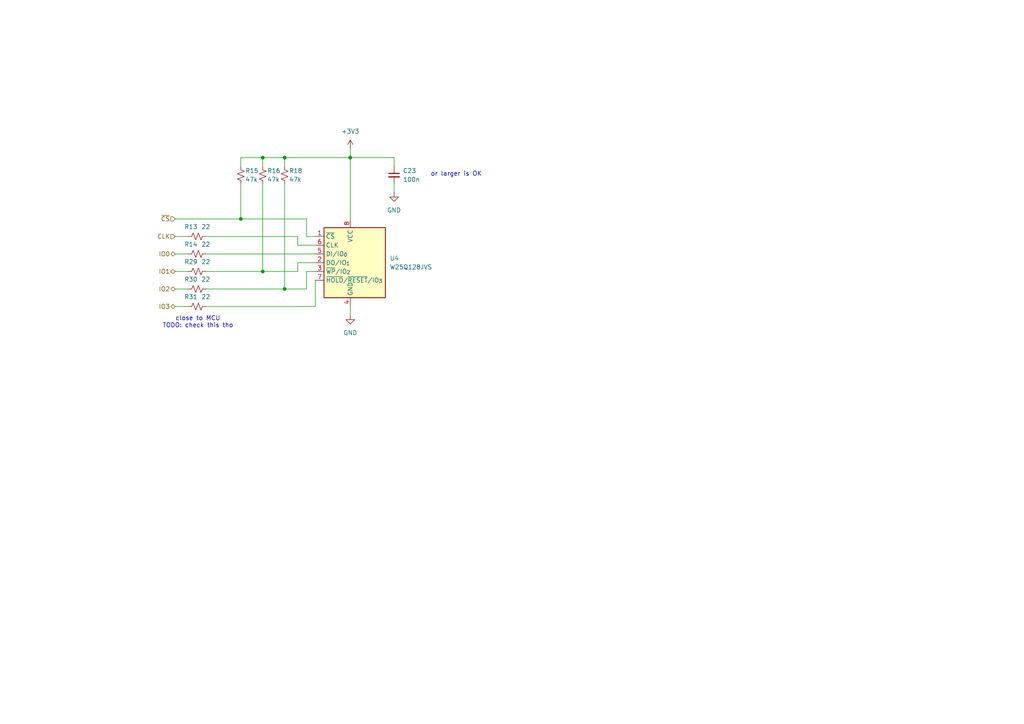
<source format=kicad_sch>
(kicad_sch (version 20250114) (generator "eeschema") (generator_version "9.0")
  (paper "A4")
  (lib_symbols
    (symbol "Device:C_Small" (pin_numbers (hide yes)) (pin_names (offset 0.254) (hide yes))
      (property "Reference" "C" (at 0.254 1.778 0))
      (property "Value" "C_Small" (at 0.254 -2.032 0))
      (symbol "C_Small_0_1"
        (polyline (pts (xy -1.524 0.508) (xy 1.524 0.508)) (stroke (width 0.3048)))
        (polyline (pts (xy -1.524 -0.508) (xy 1.524 -0.508)) (stroke (width 0.3302)))
      )
      (symbol "C_Small_1_1"
        (pin passive line (at 0 2.54 270) (length 2.032) (name "~") (number "1"))
        (pin passive line (at 0 -2.54 90) (length 2.032) (name "~") (number "2"))
      )
    )
    (symbol "Device:R_Small_US" (pin_numbers (hide yes)) (pin_names (offset 0.254) (hide yes))
      (property "Reference" "R" (at 0.762 0.508 0))
      (property "Value" "R_Small_US" (at 0.762 -1.016 0))
      (symbol "R_Small_US_1_1"
        (polyline (pts (xy 0 1.524) (xy 1.016 1.143) (xy 0 0.762) (xy -1.016 0.381) (xy 0 0)))
        (polyline (pts (xy 0 0) (xy 1.016 -0.381) (xy 0 -0.762) (xy -1.016 -1.143) (xy 0 -1.524)))
        (pin passive line (at 0 2.54 270) (length 1.016) (name "~") (number "1"))
        (pin passive line (at 0 -2.54 90) (length 1.016) (name "~") (number "2"))
      )
    )
    (symbol "Memory_Flash:W25Q128JVS"
      (property "Reference" "U" (at -6.35 11.43 0))
      (property "Value" "W25Q128JVS" (at 7.62 11.43 0))
      (symbol "W25Q128JVS_0_1"
        (rectangle (start -7.62 10.16) (end 10.16 -10.16) (stroke (width 0.254)) (fill (type background)))
      )
      (symbol "W25Q128JVS_1_1"
        (pin input line (at -10.16 7.62 0) (length 2.54) (name "~{CS}") (number "1"))
        (pin input line (at -10.16 5.08 0) (length 2.54) (name "CLK") (number "6"))
        (pin bidirectional line (at -10.16 2.54 0) (length 2.54) (name "DI/IO_{0}") (number "5"))
        (pin bidirectional line (at -10.16 0 0) (length 2.54) (name "DO/IO_{1}") (number "2"))
        (pin bidirectional line (at -10.16 -2.54 0) (length 2.54) (name "~{WP}/IO_{2}") (number "3"))
        (pin bidirectional line (at -10.16 -5.08 0) (length 2.54) (name "~{HOLD}/~{RESET}/IO_{3}") (number "7"))
        (pin power_in line (at 0 12.7 270) (length 2.54) (name "VCC") (number "8"))
        (pin power_in line (at 0 -12.7 90) (length 2.54) (name "GND") (number "4"))
      )
    )
    (symbol "power:+3V3" (power) (pin_numbers (hide yes)) (pin_names (offset 0) (hide yes))
      (property "Value" "+3V3" (at 0 3.556 0))
      (symbol "+3V3_0_1"
        (polyline (pts (xy -0.762 1.27) (xy 0 2.54)))
        (polyline (pts (xy 0 2.54) (xy 0.762 1.27)))
        (polyline (pts (xy 0 0) (xy 0 2.54)))
      )
      (symbol "+3V3_1_1"
        (pin power_in line (at 0 0 90) (length 0) (name "~") (number "1"))
      )
    )
    (symbol "power:GND" (power) (pin_numbers (hide yes)) (pin_names (offset 0) (hide yes))
      (property "Value" "GND" (at 0 -3.81 0))
      (symbol "GND_0_1"
        (polyline (pts (xy 0 0) (xy 0 -1.27) (xy 1.27 -1.27) (xy 0 -2.54) (xy -1.27 -1.27) (xy 0 -1.27)))
      )
      (symbol "GND_1_1"
        (pin power_in line (at 0 0 270) (length 0) (name "~") (number "1"))
      )
    )
  )
  (text "close to MCU\nTODO: check this tho" (at 57.404 93.472 0) (effects (font (size 1.27 1.27))))
  (text "or larger is OK" (at 132.334 50.546 0) (effects (font (size 1.27 1.27))))
  (junction (at 76.2 78.74))
  (junction (at 82.55 45.72))
  (junction (at 69.85 63.5))
  (junction (at 82.55 83.82))
  (junction (at 76.2 45.72))
  (junction (at 101.6 45.72))
  (wire (pts (xy 59.69 78.74) (xy 76.2 78.74)))
  (wire (pts (xy 69.85 53.34) (xy 69.85 63.5)))
  (wire (pts (xy 76.2 45.72) (xy 82.55 45.72)))
  (wire (pts (xy 88.9 78.74) (xy 91.44 78.74)))
  (wire (pts (xy 114.3 53.34) (xy 114.3 55.88)))
  (wire (pts (xy 69.85 45.72) (xy 69.85 48.26)))
  (wire (pts (xy 88.9 83.82) (xy 88.9 78.74)))
  (wire (pts (xy 88.9 63.5) (xy 88.9 68.58)))
  (wire (pts (xy 86.36 76.2) (xy 91.44 76.2)))
  (wire (pts (xy 59.69 73.66) (xy 91.44 73.66)))
  (wire (pts (xy 101.6 45.72) (xy 101.6 63.5)))
  (wire (pts (xy 59.69 83.82) (xy 82.55 83.82)))
  (wire (pts (xy 50.8 73.66) (xy 54.61 73.66)))
  (wire (pts (xy 86.36 71.12) (xy 91.44 71.12)))
  (wire (pts (xy 91.44 81.28) (xy 91.44 88.9)))
  (wire (pts (xy 101.6 88.9) (xy 101.6 91.44)))
  (wire (pts (xy 88.9 68.58) (xy 91.44 68.58)))
  (wire (pts (xy 76.2 53.34) (xy 76.2 78.74)))
  (wire (pts (xy 59.69 88.9) (xy 91.44 88.9)))
  (wire (pts (xy 76.2 78.74) (xy 86.36 78.74)))
  (wire (pts (xy 76.2 45.72) (xy 76.2 48.26)))
  (wire (pts (xy 50.8 68.58) (xy 54.61 68.58)))
  (wire (pts (xy 101.6 43.18) (xy 101.6 45.72)))
  (wire (pts (xy 86.36 68.58) (xy 86.36 71.12)))
  (wire (pts (xy 50.8 83.82) (xy 54.61 83.82)))
  (wire (pts (xy 101.6 45.72) (xy 114.3 45.72)))
  (wire (pts (xy 50.8 63.5) (xy 69.85 63.5)))
  (wire (pts (xy 82.55 45.72) (xy 82.55 48.26)))
  (wire (pts (xy 76.2 45.72) (xy 69.85 45.72)))
  (wire (pts (xy 86.36 78.74) (xy 86.36 76.2)))
  (wire (pts (xy 82.55 83.82) (xy 88.9 83.82)))
  (wire (pts (xy 59.69 68.58) (xy 86.36 68.58)))
  (wire (pts (xy 101.6 45.72) (xy 82.55 45.72)))
  (wire (pts (xy 50.8 88.9) (xy 54.61 88.9)))
  (wire (pts (xy 50.8 78.74) (xy 54.61 78.74)))
  (wire (pts (xy 114.3 48.26) (xy 114.3 45.72)))
  (wire (pts (xy 69.85 63.5) (xy 88.9 63.5)))
  (wire (pts (xy 82.55 53.34) (xy 82.55 83.82)))
  (hierarchical_label "IO3" (shape bidirectional) (at 50.8 88.9 180))
  (hierarchical_label "IO1" (shape bidirectional) (at 50.8 78.74 180))
  (hierarchical_label "IO2" (shape bidirectional) (at 50.8 83.82 180))
  (hierarchical_label "CLK" (shape input) (at 50.8 68.58 180))
  (hierarchical_label "~{CS}" (shape input) (at 50.8 63.5 180))
  (hierarchical_label "IO0" (shape bidirectional) (at 50.8 73.66 180))
  (symbol (lib_id "Device:R_Small_US") (at 57.15 78.74 90) (unit 1)
    (property "Reference" "R29" (at 55.372 75.946 90))
    (property "Value" "22" (at 59.69 75.946 90))
    (property "Description" "Resistor, small US symbol" (effects (hide yes)))
  )
  (symbol (lib_id "power:GND") (at 114.3 55.88 0) (unit 1)
    (property "Reference" "#PWR043" (effects (hide yes)))
    (property "Value" "GND" (at 114.3 60.96 0))
    (property "Description" "Power symbol creates a global label with name \"GND\" , ground" (effects (hide yes)))
  )
  (symbol (lib_id "power:+3V3") (at 101.6 43.18 0) (unit 1)
    (property "Reference" "#PWR036" (effects (hide yes)))
    (property "Value" "+3V3" (at 101.6 38.1 0))
    (property "Description" "Power symbol creates a global label with name \"+3V3\"" (effects (hide yes)))
  )
  (symbol (lib_id "Device:R_Small_US") (at 57.15 73.66 90) (unit 1)
    (property "Reference" "R14" (at 55.372 70.866 90))
    (property "Value" "22" (at 59.69 70.866 90))
    (property "Description" "Resistor, small US symbol" (effects (hide yes)))
  )
  (symbol (lib_id "Device:R_Small_US") (at 57.15 83.82 90) (unit 1)
    (property "Reference" "R30" (at 55.372 81.026 90))
    (property "Value" "22" (at 59.69 81.026 90))
    (property "Description" "Resistor, small US symbol" (effects (hide yes)))
  )
  (symbol (lib_id "Device:R_Small_US") (at 57.15 68.58 90) (unit 1)
    (property "Reference" "R13" (at 55.372 65.786 90))
    (property "Value" "22" (at 59.69 65.786 90))
    (property "Description" "Resistor, small US symbol" (effects (hide yes)))
  )
  (symbol (lib_id "power:GND") (at 101.6 91.44 0) (unit 1)
    (property "Reference" "#PWR045" (effects (hide yes)))
    (property "Value" "GND" (at 101.6 96.52 0))
    (property "Description" "Power symbol creates a global label with name \"GND\" , ground" (effects (hide yes)))
  )
  (symbol (lib_id "Device:R_Small_US") (at 69.85 50.8 0) (unit 1)
    (property "Reference" "R15" (at 71.12 49.53 0) (effects (justify left)))
    (property "Value" "47k" (at 71.12 52.07 0) (effects (justify left)))
    (property "Description" "Resistor, small US symbol" (effects (hide yes)))
  )
  (symbol (lib_id "Device:R_Small_US") (at 82.55 50.8 0) (unit 1)
    (property "Reference" "R18" (at 83.82 49.53 0) (effects (justify left)))
    (property "Value" "47k" (at 83.82 52.07 0) (effects (justify left)))
    (property "Description" "Resistor, small US symbol" (effects (hide yes)))
  )
  (symbol (lib_id "Memory_Flash:W25Q128JVS") (at 101.6 76.2 0) (unit 1)
    (property "Reference" "U4" (at 113.03 74.9299 0) (effects (justify left)))
    (property "Value" "W25Q128JVS" (at 113.03 77.4699 0) (effects (justify left)))
    (property "Footprint" "Package_SO:SOIC-8_5.3x5.3mm_P1.27mm" (effects (hide yes)))
    (property "Datasheet" "https://www.winbond.com/resource-files/w25q128jv_dtr%20revc%2003272018%20plus.pdf" (effects (hide yes)))
    (property "Description" "128Mbit / 16MiB Serial Flash Memory, Standard/Dual/Quad SPI, 2.7-3.6V, SOIC-8" (effects (hide yes)))
  )
  (symbol (lib_id "Device:R_Small_US") (at 57.15 88.9 90) (unit 1)
    (property "Reference" "R31" (at 55.372 86.106 90))
    (property "Value" "22" (at 59.69 86.106 90))
    (property "Description" "Resistor, small US symbol" (effects (hide yes)))
  )
  (symbol (lib_id "Device:R_Small_US") (at 76.2 50.8 0) (unit 1)
    (property "Reference" "R16" (at 77.47 49.53 0) (effects (justify left)))
    (property "Value" "47k" (at 77.47 52.07 0) (effects (justify left)))
    (property "Description" "Resistor, small US symbol" (effects (hide yes)))
  )
  (symbol (lib_id "Device:C_Small") (at 114.3 50.8 0) (unit 1)
    (property "Reference" "C23" (at 116.84 49.5362 0) (effects (justify left)))
    (property "Value" "100n" (at 116.84 52.0762 0) (effects (justify left)))
    (property "Description" "Unpolarized capacitor, small symbol" (effects (hide yes)))
  )
)
</source>
